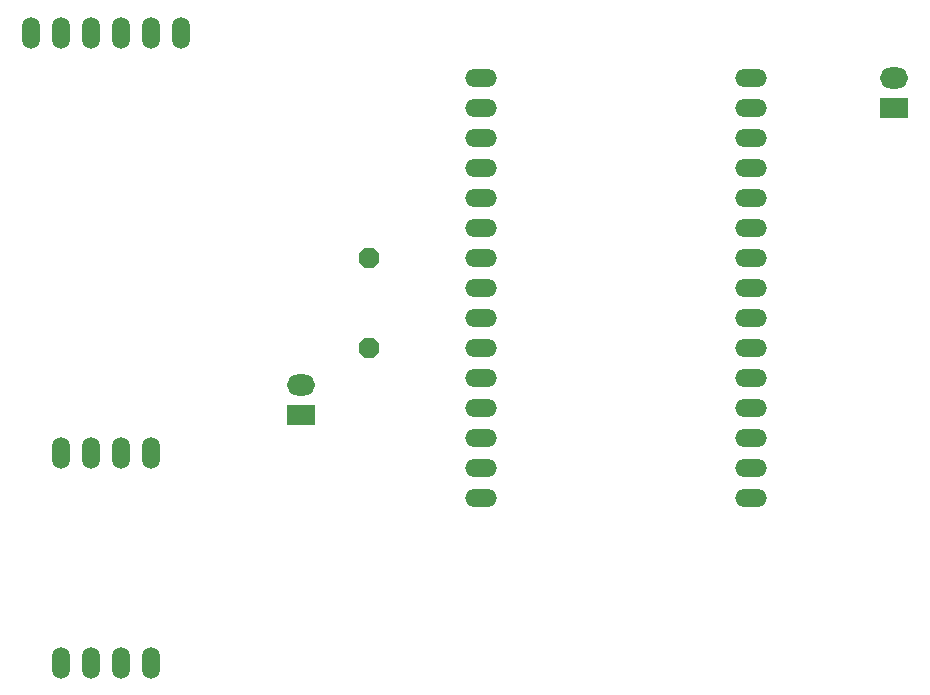
<source format=gbs>
G04 --- HEADER BEGIN --- *
%TF.GenerationSoftware,LibrePCB,LibrePCB,0.1.4*%
%TF.CreationDate,2020-05-17T22:40:43*%
%TF.ProjectId,Weather-Station-v1 - default,0f98d3d9-bdb5-4b12-bb1d-3210ebaa1a1a,v1*%
%TF.Part,Single*%
%FSLAX66Y66*%
%MOMM*%
G01*
G74*
G04 --- HEADER END --- *
G04 --- APERTURE LIST BEGIN --- *
%ADD10O,2.7X1.5*%
%ADD11O,1.5X2.7*%
%ADD12P,1.8256X8X112.5*%
%ADD13O,2.39X1.787*%
%ADD14R,2.39X1.787*%
G04 --- APERTURE LIST END --- *
G04 --- BOARD BEGIN --- *
D10*
X50165000Y52705000D03*
X50165000Y57785000D03*
X50165000Y50165000D03*
X73025000Y32385000D03*
X50165000Y32385000D03*
X73025000Y47625000D03*
X50165000Y55245000D03*
X50165000Y60325000D03*
X73025000Y65405000D03*
X73025000Y62865000D03*
X73025000Y37465000D03*
X50165000Y40005000D03*
X73025000Y42545000D03*
X50165000Y45085000D03*
X73025000Y52705000D03*
X50165000Y37465000D03*
X50165000Y67945000D03*
X73025000Y34925000D03*
X50165000Y47625000D03*
X50165000Y42545000D03*
X50165000Y34925000D03*
X73025000Y55245000D03*
X73025000Y45085000D03*
X73025000Y40005000D03*
X73025000Y67945000D03*
X73025000Y60325000D03*
X73025000Y57785000D03*
X73025000Y50165000D03*
X50165000Y65405000D03*
X50165000Y62865000D03*
D11*
X17145000Y18415000D03*
X22225000Y18415000D03*
X14605000Y18415000D03*
X19685000Y18415000D03*
D12*
X40640000Y52705000D03*
X40640000Y45085000D03*
D13*
X34925000Y41910000D03*
D14*
X34925000Y39370000D03*
D13*
X85090000Y67945000D03*
D14*
X85090000Y65405000D03*
D11*
X22225000Y71755000D03*
X12065000Y71755000D03*
X24765000Y71755000D03*
X19685000Y71755000D03*
X17145000Y36195000D03*
X17145000Y71755000D03*
X19685000Y36195000D03*
X14605000Y71755000D03*
X14605000Y36195000D03*
X22225000Y36195000D03*
G04 --- BOARD END --- *
%TF.MD5,48931d3c4722171b23dc5f44ba3d26e2*%
M02*

</source>
